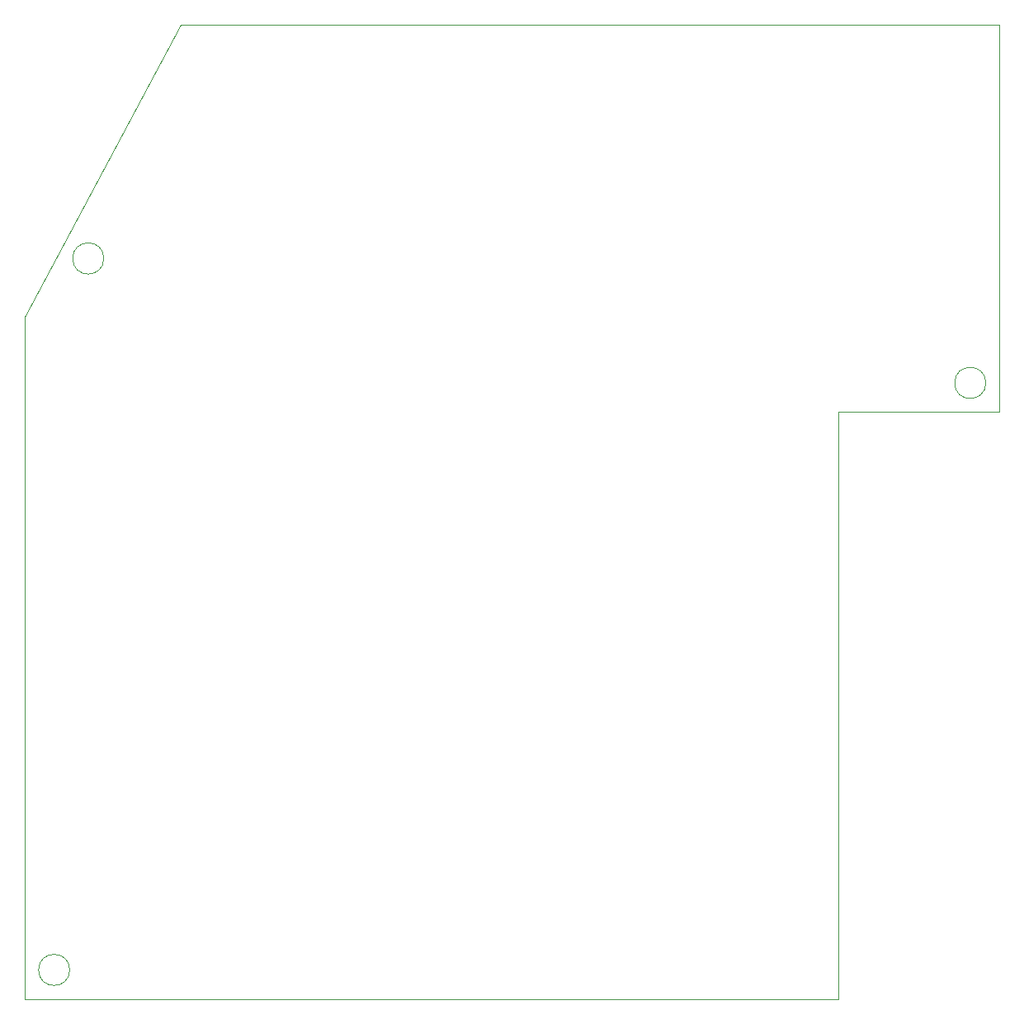
<source format=gm1>
%TF.GenerationSoftware,KiCad,Pcbnew,(5.1.6-0-10_14)*%
%TF.CreationDate,2021-09-30T00:47:32+09:00*%
%TF.ProjectId,qPCR-main,71504352-2d6d-4616-996e-2e6b69636164,rev?*%
%TF.SameCoordinates,Original*%
%TF.FileFunction,Profile,NP*%
%FSLAX46Y46*%
G04 Gerber Fmt 4.6, Leading zero omitted, Abs format (unit mm)*
G04 Created by KiCad (PCBNEW (5.1.6-0-10_14)) date 2021-09-30 00:47:32*
%MOMM*%
%LPD*%
G01*
G04 APERTURE LIST*
%TA.AperFunction,Profile*%
%ADD10C,0.100000*%
%TD*%
G04 APERTURE END LIST*
D10*
X82410000Y-153750000D02*
X165910000Y-153750000D01*
X165910000Y-93520000D02*
X182410000Y-93520000D01*
X165910000Y-153750000D02*
X165910000Y-93520000D01*
X181010000Y-90520000D02*
G75*
G03*
X181010000Y-90520000I-1600000J0D01*
G01*
X87010000Y-150750000D02*
G75*
G03*
X87010000Y-150750000I-1600000J0D01*
G01*
X90510000Y-77750000D02*
G75*
G03*
X90510000Y-77750000I-1600000J0D01*
G01*
X98410000Y-53750000D02*
X82410000Y-83750000D01*
X82410000Y-83750000D02*
X82410000Y-153750000D01*
X182410000Y-93520000D02*
X182410000Y-53750000D01*
X98410000Y-53750000D02*
X182410000Y-53750000D01*
M02*

</source>
